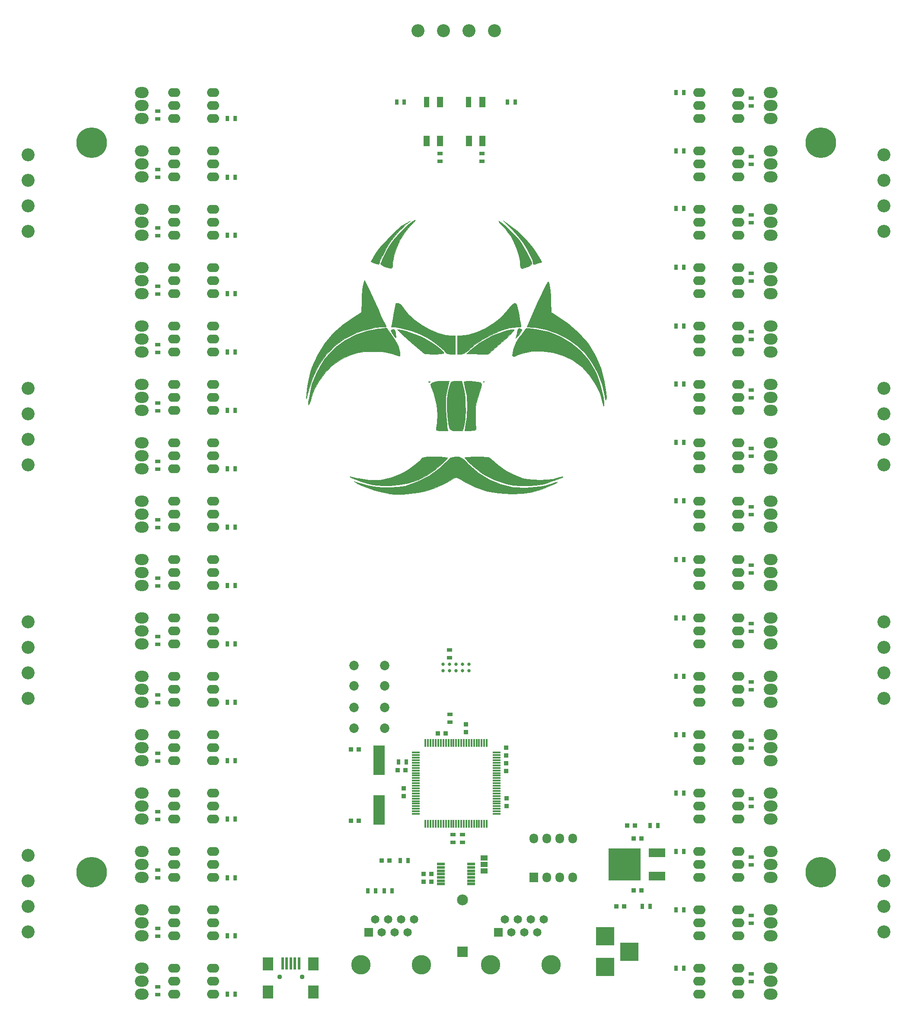
<source format=gbr>
G04 #@! TF.FileFunction,Soldermask,Top*
%FSLAX46Y46*%
G04 Gerber Fmt 4.6, Leading zero omitted, Abs format (unit mm)*
G04 Created by KiCad (PCBNEW 4.0.1-stable) date 02/05/2016 19:52:28*
%MOMM*%
G01*
G04 APERTURE LIST*
%ADD10C,0.100000*%
%ADD11C,0.010000*%
%ADD12R,0.902400X0.952400*%
%ADD13R,1.051560X2.151380*%
%ADD14R,1.153160X2.151380*%
%ADD15R,0.551180X2.352040*%
%ADD16R,2.049780X2.550160*%
%ADD17C,0.949960*%
%ADD18C,5.994400*%
%ADD19O,2.452400X1.752400*%
%ADD20R,1.500800X0.500800*%
%ADD21C,0.652400*%
%ADD22R,1.550800X0.330800*%
%ADD23R,0.330800X1.550800*%
%ADD24R,1.052400X0.652400*%
%ADD25R,0.652400X1.052400*%
%ADD26O,2.692400X2.184400*%
%ADD27R,0.952400X0.902400*%
%ADD28C,2.552400*%
%ADD29R,0.949960X0.949960*%
%ADD30C,3.802380*%
%ADD31R,1.653540X1.653540*%
%ADD32C,1.653540*%
%ADD33R,1.422400X1.117600*%
%ADD34R,1.676400X1.976400*%
%ADD35O,1.676400X1.976400*%
%ADD36C,1.852400*%
%ADD37R,3.200400X1.803400*%
%ADD38R,6.248400X6.248400*%
%ADD39R,2.252980X5.753100*%
%ADD40R,3.652520X3.652520*%
%ADD41C,2.151380*%
%ADD42R,2.151380X2.151380*%
G04 APERTURE END LIST*
D10*
D11*
G36*
X152858244Y-129770028D02*
X153245107Y-129864289D01*
X153628738Y-130093210D01*
X154109625Y-130515555D01*
X154734448Y-131135689D01*
X156720948Y-132860527D01*
X158876813Y-134202867D01*
X161177994Y-135155171D01*
X163600440Y-135709903D01*
X166120100Y-135859527D01*
X168712922Y-135596508D01*
X168875022Y-135566544D01*
X169795053Y-135369900D01*
X170656070Y-135148160D01*
X171291027Y-134944921D01*
X171355449Y-134919144D01*
X171950375Y-134692400D01*
X172203957Y-134641118D01*
X172145764Y-134736710D01*
X171805362Y-134950588D01*
X171212319Y-135254162D01*
X170823098Y-135433873D01*
X168972729Y-136171411D01*
X167220489Y-136659886D01*
X165408284Y-136931697D01*
X163378020Y-137019242D01*
X163089167Y-137018774D01*
X160667887Y-136879647D01*
X158443887Y-136471071D01*
X156305046Y-135760742D01*
X154139243Y-134716359D01*
X153187451Y-134166020D01*
X152674497Y-133876538D01*
X152345879Y-133799623D01*
X152028108Y-133921630D01*
X151811618Y-134057819D01*
X150752020Y-134668183D01*
X149446361Y-135303291D01*
X148060566Y-135890532D01*
X146760560Y-136357295D01*
X146155833Y-136532869D01*
X144919273Y-136780234D01*
X143475253Y-136958797D01*
X141970680Y-137059522D01*
X140552464Y-137073373D01*
X139367513Y-136991315D01*
X139170833Y-136962499D01*
X137856541Y-136693101D01*
X136454060Y-136315396D01*
X135088467Y-135870357D01*
X133884839Y-135398955D01*
X132968253Y-134942162D01*
X132926667Y-134917062D01*
X132397500Y-134593469D01*
X132926667Y-134735099D01*
X133394889Y-134863113D01*
X134115169Y-135062963D01*
X134932136Y-135291538D01*
X134937500Y-135293045D01*
X136240776Y-135555967D01*
X137784419Y-135706893D01*
X139417298Y-135743871D01*
X140988282Y-135664949D01*
X142346240Y-135468175D01*
X142663333Y-135392853D01*
X144936810Y-134592612D01*
X147121535Y-133441612D01*
X149108269Y-132004638D01*
X150350713Y-130833646D01*
X150915622Y-130258975D01*
X151334772Y-129934081D01*
X151739366Y-129788581D01*
X152260607Y-129752092D01*
X152367661Y-129751666D01*
X152858244Y-129770028D01*
X152858244Y-129770028D01*
G37*
X152858244Y-129770028D02*
X153245107Y-129864289D01*
X153628738Y-130093210D01*
X154109625Y-130515555D01*
X154734448Y-131135689D01*
X156720948Y-132860527D01*
X158876813Y-134202867D01*
X161177994Y-135155171D01*
X163600440Y-135709903D01*
X166120100Y-135859527D01*
X168712922Y-135596508D01*
X168875022Y-135566544D01*
X169795053Y-135369900D01*
X170656070Y-135148160D01*
X171291027Y-134944921D01*
X171355449Y-134919144D01*
X171950375Y-134692400D01*
X172203957Y-134641118D01*
X172145764Y-134736710D01*
X171805362Y-134950588D01*
X171212319Y-135254162D01*
X170823098Y-135433873D01*
X168972729Y-136171411D01*
X167220489Y-136659886D01*
X165408284Y-136931697D01*
X163378020Y-137019242D01*
X163089167Y-137018774D01*
X160667887Y-136879647D01*
X158443887Y-136471071D01*
X156305046Y-135760742D01*
X154139243Y-134716359D01*
X153187451Y-134166020D01*
X152674497Y-133876538D01*
X152345879Y-133799623D01*
X152028108Y-133921630D01*
X151811618Y-134057819D01*
X150752020Y-134668183D01*
X149446361Y-135303291D01*
X148060566Y-135890532D01*
X146760560Y-136357295D01*
X146155833Y-136532869D01*
X144919273Y-136780234D01*
X143475253Y-136958797D01*
X141970680Y-137059522D01*
X140552464Y-137073373D01*
X139367513Y-136991315D01*
X139170833Y-136962499D01*
X137856541Y-136693101D01*
X136454060Y-136315396D01*
X135088467Y-135870357D01*
X133884839Y-135398955D01*
X132968253Y-134942162D01*
X132926667Y-134917062D01*
X132397500Y-134593469D01*
X132926667Y-134735099D01*
X133394889Y-134863113D01*
X134115169Y-135062963D01*
X134932136Y-135291538D01*
X134937500Y-135293045D01*
X136240776Y-135555967D01*
X137784419Y-135706893D01*
X139417298Y-135743871D01*
X140988282Y-135664949D01*
X142346240Y-135468175D01*
X142663333Y-135392853D01*
X144936810Y-134592612D01*
X147121535Y-133441612D01*
X149108269Y-132004638D01*
X150350713Y-130833646D01*
X150915622Y-130258975D01*
X151334772Y-129934081D01*
X151739366Y-129788581D01*
X152260607Y-129752092D01*
X152367661Y-129751666D01*
X152858244Y-129770028D01*
G36*
X149259843Y-129767113D02*
X150032043Y-129809067D01*
X150541811Y-129870946D01*
X150706667Y-129939064D01*
X150547706Y-130212600D01*
X150120853Y-130669818D01*
X149501149Y-131246194D01*
X148763636Y-131877203D01*
X147983356Y-132498320D01*
X147235351Y-133045021D01*
X146671920Y-133408332D01*
X144883668Y-134309536D01*
X143048193Y-134918603D01*
X141047691Y-135267347D01*
X139382500Y-135376797D01*
X138048145Y-135393188D01*
X137001503Y-135347941D01*
X136110071Y-135230717D01*
X135360833Y-135062962D01*
X134537599Y-134828534D01*
X133669480Y-134549836D01*
X132844423Y-134259465D01*
X132150375Y-133990020D01*
X131675285Y-133774099D01*
X131507100Y-133644301D01*
X131511576Y-133636201D01*
X131736196Y-133651500D01*
X132267812Y-133758156D01*
X133005295Y-133935069D01*
X133262094Y-134001454D01*
X135388659Y-134343669D01*
X137566119Y-134271298D01*
X139771937Y-133786667D01*
X141421619Y-133158435D01*
X142263539Y-132705587D01*
X143247218Y-132067073D01*
X144226322Y-131347661D01*
X145054513Y-130652121D01*
X145398980Y-130310852D01*
X145640645Y-130068734D01*
X145894549Y-129908986D01*
X146249680Y-129814512D01*
X146795027Y-129768214D01*
X147619578Y-129752994D01*
X148309396Y-129751666D01*
X149259843Y-129767113D01*
X149259843Y-129767113D01*
G37*
X149259843Y-129767113D02*
X150032043Y-129809067D01*
X150541811Y-129870946D01*
X150706667Y-129939064D01*
X150547706Y-130212600D01*
X150120853Y-130669818D01*
X149501149Y-131246194D01*
X148763636Y-131877203D01*
X147983356Y-132498320D01*
X147235351Y-133045021D01*
X146671920Y-133408332D01*
X144883668Y-134309536D01*
X143048193Y-134918603D01*
X141047691Y-135267347D01*
X139382500Y-135376797D01*
X138048145Y-135393188D01*
X137001503Y-135347941D01*
X136110071Y-135230717D01*
X135360833Y-135062962D01*
X134537599Y-134828534D01*
X133669480Y-134549836D01*
X132844423Y-134259465D01*
X132150375Y-133990020D01*
X131675285Y-133774099D01*
X131507100Y-133644301D01*
X131511576Y-133636201D01*
X131736196Y-133651500D01*
X132267812Y-133758156D01*
X133005295Y-133935069D01*
X133262094Y-134001454D01*
X135388659Y-134343669D01*
X137566119Y-134271298D01*
X139771937Y-133786667D01*
X141421619Y-133158435D01*
X142263539Y-132705587D01*
X143247218Y-132067073D01*
X144226322Y-131347661D01*
X145054513Y-130652121D01*
X145398980Y-130310852D01*
X145640645Y-130068734D01*
X145894549Y-129908986D01*
X146249680Y-129814512D01*
X146795027Y-129768214D01*
X147619578Y-129752994D01*
X148309396Y-129751666D01*
X149259843Y-129767113D01*
G36*
X157532753Y-129756210D02*
X158240572Y-129781241D01*
X158703049Y-129843856D01*
X159009172Y-129961153D01*
X159247930Y-130150230D01*
X159401020Y-130310852D01*
X160656955Y-131449552D01*
X162219261Y-132500091D01*
X163971351Y-133392143D01*
X165417500Y-133939997D01*
X166325041Y-134131735D01*
X167508718Y-134244142D01*
X168828912Y-134277642D01*
X170146006Y-134232661D01*
X171320382Y-134109623D01*
X172180957Y-133919431D01*
X172784335Y-133739840D01*
X173198192Y-133649278D01*
X173304342Y-133652120D01*
X173171647Y-133763509D01*
X172726489Y-133967076D01*
X172060648Y-134229303D01*
X171265906Y-134516675D01*
X170434043Y-134795676D01*
X169656838Y-135032791D01*
X169170657Y-135161631D01*
X167995366Y-135347688D01*
X166565801Y-135431047D01*
X165037849Y-135413785D01*
X163567399Y-135297979D01*
X162310338Y-135085707D01*
X162242500Y-135069306D01*
X160025756Y-134339764D01*
X157946741Y-133303377D01*
X157327946Y-132911956D01*
X156739415Y-132478217D01*
X156065559Y-131923161D01*
X155385697Y-131320215D01*
X154779151Y-130742807D01*
X154325240Y-130264365D01*
X154103284Y-129958315D01*
X154093333Y-129917647D01*
X154290943Y-129851839D01*
X154827646Y-129798374D01*
X155619252Y-129763079D01*
X156490603Y-129751666D01*
X157532753Y-129756210D01*
X157532753Y-129756210D01*
G37*
X157532753Y-129756210D02*
X158240572Y-129781241D01*
X158703049Y-129843856D01*
X159009172Y-129961153D01*
X159247930Y-130150230D01*
X159401020Y-130310852D01*
X160656955Y-131449552D01*
X162219261Y-132500091D01*
X163971351Y-133392143D01*
X165417500Y-133939997D01*
X166325041Y-134131735D01*
X167508718Y-134244142D01*
X168828912Y-134277642D01*
X170146006Y-134232661D01*
X171320382Y-134109623D01*
X172180957Y-133919431D01*
X172784335Y-133739840D01*
X173198192Y-133649278D01*
X173304342Y-133652120D01*
X173171647Y-133763509D01*
X172726489Y-133967076D01*
X172060648Y-134229303D01*
X171265906Y-134516675D01*
X170434043Y-134795676D01*
X169656838Y-135032791D01*
X169170657Y-135161631D01*
X167995366Y-135347688D01*
X166565801Y-135431047D01*
X165037849Y-135413785D01*
X163567399Y-135297979D01*
X162310338Y-135085707D01*
X162242500Y-135069306D01*
X160025756Y-134339764D01*
X157946741Y-133303377D01*
X157327946Y-132911956D01*
X156739415Y-132478217D01*
X156065559Y-131923161D01*
X155385697Y-131320215D01*
X154779151Y-130742807D01*
X154325240Y-130264365D01*
X154103284Y-129958315D01*
X154093333Y-129917647D01*
X154290943Y-129851839D01*
X154827646Y-129798374D01*
X155619252Y-129763079D01*
X156490603Y-129751666D01*
X157532753Y-129756210D01*
G36*
X150655027Y-116469583D02*
X150471905Y-117274214D01*
X150366251Y-118050863D01*
X150328738Y-118933044D01*
X150350042Y-120054271D01*
X150370405Y-120544166D01*
X150427585Y-121623834D01*
X150495169Y-122625053D01*
X150564232Y-123428331D01*
X150619369Y-123877916D01*
X150752982Y-124671666D01*
X149683983Y-124671666D01*
X149053904Y-124642823D01*
X148622428Y-124569151D01*
X148518613Y-124512916D01*
X148497980Y-124231616D01*
X148546590Y-123674507D01*
X148617133Y-123190000D01*
X148727218Y-121451660D01*
X148524192Y-119541353D01*
X148021734Y-117556224D01*
X147696748Y-116652116D01*
X147451692Y-116006000D01*
X147361831Y-115633159D01*
X147422577Y-115414843D01*
X147629342Y-115232307D01*
X147641547Y-115223366D01*
X148119629Y-115049915D01*
X148930902Y-114952051D01*
X149545456Y-114935000D01*
X151055001Y-114935000D01*
X150655027Y-116469583D01*
X150655027Y-116469583D01*
G37*
X150655027Y-116469583D02*
X150471905Y-117274214D01*
X150366251Y-118050863D01*
X150328738Y-118933044D01*
X150350042Y-120054271D01*
X150370405Y-120544166D01*
X150427585Y-121623834D01*
X150495169Y-122625053D01*
X150564232Y-123428331D01*
X150619369Y-123877916D01*
X150752982Y-124671666D01*
X149683983Y-124671666D01*
X149053904Y-124642823D01*
X148622428Y-124569151D01*
X148518613Y-124512916D01*
X148497980Y-124231616D01*
X148546590Y-123674507D01*
X148617133Y-123190000D01*
X148727218Y-121451660D01*
X148524192Y-119541353D01*
X148021734Y-117556224D01*
X147696748Y-116652116D01*
X147451692Y-116006000D01*
X147361831Y-115633159D01*
X147422577Y-115414843D01*
X147629342Y-115232307D01*
X147641547Y-115223366D01*
X148119629Y-115049915D01*
X148930902Y-114952051D01*
X149545456Y-114935000D01*
X151055001Y-114935000D01*
X150655027Y-116469583D01*
G36*
X153822837Y-116152083D02*
X153996040Y-116980043D01*
X154117608Y-118099418D01*
X154186013Y-119389461D01*
X154199729Y-120729426D01*
X154157230Y-121998567D01*
X154056987Y-123076138D01*
X153919196Y-123772083D01*
X153653683Y-124671666D01*
X152505122Y-124671666D01*
X151786524Y-124638867D01*
X151371305Y-124517365D01*
X151142976Y-124272506D01*
X151139068Y-124265276D01*
X151018450Y-123883988D01*
X150875416Y-123198520D01*
X150732685Y-122325611D01*
X150665658Y-121832671D01*
X150552853Y-120149864D01*
X150612991Y-118423203D01*
X150834035Y-116806701D01*
X151153262Y-115594253D01*
X151326548Y-115197131D01*
X151573736Y-115002942D01*
X152032294Y-114939850D01*
X152414793Y-114935000D01*
X153446507Y-114935000D01*
X153822837Y-116152083D01*
X153822837Y-116152083D01*
G37*
X153822837Y-116152083D02*
X153996040Y-116980043D01*
X154117608Y-118099418D01*
X154186013Y-119389461D01*
X154199729Y-120729426D01*
X154157230Y-121998567D01*
X154056987Y-123076138D01*
X153919196Y-123772083D01*
X153653683Y-124671666D01*
X152505122Y-124671666D01*
X151786524Y-124638867D01*
X151371305Y-124517365D01*
X151142976Y-124272506D01*
X151139068Y-124265276D01*
X151018450Y-123883988D01*
X150875416Y-123198520D01*
X150732685Y-122325611D01*
X150665658Y-121832671D01*
X150552853Y-120149864D01*
X150612991Y-118423203D01*
X150834035Y-116806701D01*
X151153262Y-115594253D01*
X151326548Y-115197131D01*
X151573736Y-115002942D01*
X152032294Y-114939850D01*
X152414793Y-114935000D01*
X153446507Y-114935000D01*
X153822837Y-116152083D01*
G36*
X155935433Y-114971181D02*
X156581108Y-115045893D01*
X157035083Y-115154599D01*
X157133808Y-115205345D01*
X157293626Y-115354775D01*
X157358693Y-115560910D01*
X157317967Y-115906959D01*
X157160410Y-116476128D01*
X156874980Y-117351626D01*
X156831999Y-117480066D01*
X156502474Y-118523627D01*
X156303613Y-119363145D01*
X156205990Y-120185412D01*
X156180180Y-121177218D01*
X156182696Y-121601804D01*
X156197603Y-122550224D01*
X156219560Y-123373674D01*
X156245049Y-123957062D01*
X156260377Y-124142500D01*
X156241587Y-124391474D01*
X156038341Y-124531365D01*
X155555232Y-124605126D01*
X155175712Y-124630812D01*
X154035591Y-124695792D01*
X154180659Y-123995812D01*
X154491640Y-121903001D01*
X154580324Y-119788106D01*
X154448111Y-117779127D01*
X154096403Y-116004064D01*
X154093087Y-115992476D01*
X153952617Y-115461972D01*
X153883235Y-115120102D01*
X153881667Y-115095147D01*
X154071175Y-114992445D01*
X154558170Y-114940313D01*
X155220355Y-114934606D01*
X155935433Y-114971181D01*
X155935433Y-114971181D01*
G37*
X155935433Y-114971181D02*
X156581108Y-115045893D01*
X157035083Y-115154599D01*
X157133808Y-115205345D01*
X157293626Y-115354775D01*
X157358693Y-115560910D01*
X157317967Y-115906959D01*
X157160410Y-116476128D01*
X156874980Y-117351626D01*
X156831999Y-117480066D01*
X156502474Y-118523627D01*
X156303613Y-119363145D01*
X156205990Y-120185412D01*
X156180180Y-121177218D01*
X156182696Y-121601804D01*
X156197603Y-122550224D01*
X156219560Y-123373674D01*
X156245049Y-123957062D01*
X156260377Y-124142500D01*
X156241587Y-124391474D01*
X156038341Y-124531365D01*
X155555232Y-124605126D01*
X155175712Y-124630812D01*
X154035591Y-124695792D01*
X154180659Y-123995812D01*
X154491640Y-121903001D01*
X154580324Y-119788106D01*
X154448111Y-117779127D01*
X154096403Y-116004064D01*
X154093087Y-115992476D01*
X153952617Y-115461972D01*
X153883235Y-115120102D01*
X153881667Y-115095147D01*
X154071175Y-114992445D01*
X154558170Y-114940313D01*
X155220355Y-114934606D01*
X155935433Y-114971181D01*
G36*
X167244697Y-104671502D02*
X167929822Y-104759325D01*
X170471369Y-105295328D01*
X172805485Y-106189797D01*
X174909526Y-107425465D01*
X176760848Y-108985067D01*
X178336807Y-110851335D01*
X179614760Y-113007002D01*
X180064484Y-114012394D01*
X180413007Y-114976502D01*
X180738744Y-116072010D01*
X181018738Y-117195804D01*
X181230035Y-118244768D01*
X181349677Y-119115787D01*
X181354710Y-119705747D01*
X181344510Y-119762073D01*
X181266272Y-119798714D01*
X181157677Y-119488479D01*
X181098784Y-119208348D01*
X180560511Y-117323217D01*
X179665718Y-115469436D01*
X178477251Y-113736167D01*
X177057955Y-112212574D01*
X175470678Y-110987820D01*
X175179476Y-110810365D01*
X173314897Y-109923671D01*
X171315678Y-109339220D01*
X169266796Y-109064459D01*
X167253227Y-109106834D01*
X165359949Y-109473789D01*
X164306250Y-109857625D01*
X163806351Y-110064160D01*
X163520829Y-110098773D01*
X163418807Y-109901153D01*
X163469409Y-109410989D01*
X163641759Y-108567971D01*
X163643012Y-108562129D01*
X164112735Y-107318904D01*
X164754262Y-106363030D01*
X165242061Y-105736003D01*
X165642150Y-105194286D01*
X165846985Y-104888554D01*
X165984615Y-104712092D01*
X166202958Y-104620848D01*
X166592742Y-104609195D01*
X167244697Y-104671502D01*
X167244697Y-104671502D01*
G37*
X167244697Y-104671502D02*
X167929822Y-104759325D01*
X170471369Y-105295328D01*
X172805485Y-106189797D01*
X174909526Y-107425465D01*
X176760848Y-108985067D01*
X178336807Y-110851335D01*
X179614760Y-113007002D01*
X180064484Y-114012394D01*
X180413007Y-114976502D01*
X180738744Y-116072010D01*
X181018738Y-117195804D01*
X181230035Y-118244768D01*
X181349677Y-119115787D01*
X181354710Y-119705747D01*
X181344510Y-119762073D01*
X181266272Y-119798714D01*
X181157677Y-119488479D01*
X181098784Y-119208348D01*
X180560511Y-117323217D01*
X179665718Y-115469436D01*
X178477251Y-113736167D01*
X177057955Y-112212574D01*
X175470678Y-110987820D01*
X175179476Y-110810365D01*
X173314897Y-109923671D01*
X171315678Y-109339220D01*
X169266796Y-109064459D01*
X167253227Y-109106834D01*
X165359949Y-109473789D01*
X164306250Y-109857625D01*
X163806351Y-110064160D01*
X163520829Y-110098773D01*
X163418807Y-109901153D01*
X163469409Y-109410989D01*
X163641759Y-108567971D01*
X163643012Y-108562129D01*
X164112735Y-107318904D01*
X164754262Y-106363030D01*
X165242061Y-105736003D01*
X165642150Y-105194286D01*
X165846985Y-104888554D01*
X165984615Y-104712092D01*
X166202958Y-104620848D01*
X166592742Y-104609195D01*
X167244697Y-104671502D01*
G36*
X139842884Y-106025701D02*
X140614890Y-107209974D01*
X141081406Y-108258302D01*
X141199774Y-108689069D01*
X141323563Y-109344579D01*
X141370209Y-109817336D01*
X141346180Y-109972709D01*
X141104171Y-109964947D01*
X140580038Y-109834112D01*
X139887004Y-109608495D01*
X139883456Y-109607230D01*
X139194473Y-109388087D01*
X138520427Y-109246582D01*
X137738878Y-109167850D01*
X136727391Y-109137025D01*
X135995833Y-109135209D01*
X134316654Y-109202312D01*
X132898170Y-109418239D01*
X131591778Y-109823709D01*
X130248875Y-110459444D01*
X129411991Y-110939329D01*
X128003362Y-111984093D01*
X126680226Y-113335271D01*
X125521781Y-114886335D01*
X124607226Y-116530754D01*
X124015761Y-118162000D01*
X124002306Y-118215833D01*
X123818914Y-118856936D01*
X123633742Y-119344650D01*
X123483734Y-119601468D01*
X123405837Y-119549885D01*
X123401956Y-119475249D01*
X123449243Y-119016939D01*
X123572630Y-118277052D01*
X123745591Y-117384718D01*
X123941601Y-116469068D01*
X124134133Y-115659231D01*
X124296662Y-115084336D01*
X124314579Y-115032542D01*
X124925198Y-113585934D01*
X125715100Y-112084389D01*
X126586975Y-110701330D01*
X127201477Y-109887505D01*
X128763976Y-108320428D01*
X130628594Y-106973553D01*
X132713588Y-105888578D01*
X134937215Y-105107205D01*
X137217734Y-104671135D01*
X137477500Y-104645230D01*
X138747500Y-104530870D01*
X139842884Y-106025701D01*
X139842884Y-106025701D01*
G37*
X139842884Y-106025701D02*
X140614890Y-107209974D01*
X141081406Y-108258302D01*
X141199774Y-108689069D01*
X141323563Y-109344579D01*
X141370209Y-109817336D01*
X141346180Y-109972709D01*
X141104171Y-109964947D01*
X140580038Y-109834112D01*
X139887004Y-109608495D01*
X139883456Y-109607230D01*
X139194473Y-109388087D01*
X138520427Y-109246582D01*
X137738878Y-109167850D01*
X136727391Y-109137025D01*
X135995833Y-109135209D01*
X134316654Y-109202312D01*
X132898170Y-109418239D01*
X131591778Y-109823709D01*
X130248875Y-110459444D01*
X129411991Y-110939329D01*
X128003362Y-111984093D01*
X126680226Y-113335271D01*
X125521781Y-114886335D01*
X124607226Y-116530754D01*
X124015761Y-118162000D01*
X124002306Y-118215833D01*
X123818914Y-118856936D01*
X123633742Y-119344650D01*
X123483734Y-119601468D01*
X123405837Y-119549885D01*
X123401956Y-119475249D01*
X123449243Y-119016939D01*
X123572630Y-118277052D01*
X123745591Y-117384718D01*
X123941601Y-116469068D01*
X124134133Y-115659231D01*
X124296662Y-115084336D01*
X124314579Y-115032542D01*
X124925198Y-113585934D01*
X125715100Y-112084389D01*
X126586975Y-110701330D01*
X127201477Y-109887505D01*
X128763976Y-108320428D01*
X130628594Y-106973553D01*
X132713588Y-105888578D01*
X134937215Y-105107205D01*
X137217734Y-104671135D01*
X137477500Y-104645230D01*
X138747500Y-104530870D01*
X139842884Y-106025701D01*
G36*
X170543763Y-95665035D02*
X170678589Y-96241995D01*
X170795354Y-97142826D01*
X170887217Y-98317808D01*
X170936656Y-99377500D01*
X171010449Y-101494166D01*
X171706474Y-101893172D01*
X174218421Y-103542362D01*
X176366982Y-105404768D01*
X178159595Y-107489397D01*
X179603697Y-109805256D01*
X180706726Y-112361351D01*
X180941915Y-113077247D01*
X181184743Y-113992782D01*
X181409035Y-115066132D01*
X181597120Y-116180955D01*
X181731324Y-117220910D01*
X181793977Y-118069653D01*
X181775768Y-118566739D01*
X181708555Y-118674400D01*
X181617354Y-118397857D01*
X181532499Y-117898333D01*
X181022553Y-115614710D01*
X180161952Y-113379911D01*
X178998392Y-111281207D01*
X177579568Y-109405864D01*
X176102730Y-107963585D01*
X174274984Y-106678651D01*
X172204741Y-105629551D01*
X170017398Y-104868707D01*
X167838350Y-104448540D01*
X167648702Y-104429391D01*
X166225835Y-104297149D01*
X167155640Y-102154824D01*
X167761777Y-100779723D01*
X168363381Y-99453795D01*
X168934032Y-98231580D01*
X169447312Y-97167620D01*
X169876801Y-96316457D01*
X170196080Y-95732631D01*
X170378731Y-95470684D01*
X170397721Y-95461666D01*
X170543763Y-95665035D01*
X170543763Y-95665035D01*
G37*
X170543763Y-95665035D02*
X170678589Y-96241995D01*
X170795354Y-97142826D01*
X170887217Y-98317808D01*
X170936656Y-99377500D01*
X171010449Y-101494166D01*
X171706474Y-101893172D01*
X174218421Y-103542362D01*
X176366982Y-105404768D01*
X178159595Y-107489397D01*
X179603697Y-109805256D01*
X180706726Y-112361351D01*
X180941915Y-113077247D01*
X181184743Y-113992782D01*
X181409035Y-115066132D01*
X181597120Y-116180955D01*
X181731324Y-117220910D01*
X181793977Y-118069653D01*
X181775768Y-118566739D01*
X181708555Y-118674400D01*
X181617354Y-118397857D01*
X181532499Y-117898333D01*
X181022553Y-115614710D01*
X180161952Y-113379911D01*
X178998392Y-111281207D01*
X177579568Y-109405864D01*
X176102730Y-107963585D01*
X174274984Y-106678651D01*
X172204741Y-105629551D01*
X170017398Y-104868707D01*
X167838350Y-104448540D01*
X167648702Y-104429391D01*
X166225835Y-104297149D01*
X167155640Y-102154824D01*
X167761777Y-100779723D01*
X168363381Y-99453795D01*
X168934032Y-98231580D01*
X169447312Y-97167620D01*
X169876801Y-96316457D01*
X170196080Y-95732631D01*
X170378731Y-95470684D01*
X170397721Y-95461666D01*
X170543763Y-95665035D01*
G36*
X135497963Y-97387541D02*
X136003184Y-98457866D01*
X136514688Y-99570184D01*
X136959724Y-100564996D01*
X137177958Y-101070833D01*
X137549755Y-101924372D01*
X137924740Y-102737856D01*
X138221741Y-103335193D01*
X138221781Y-103335268D01*
X138482509Y-103846744D01*
X138629609Y-104184612D01*
X138641667Y-104234851D01*
X138452967Y-104306883D01*
X137978464Y-104349855D01*
X137742083Y-104354795D01*
X136656855Y-104453983D01*
X135330859Y-104724299D01*
X133895146Y-105134476D01*
X132742311Y-105547568D01*
X130540497Y-106638217D01*
X128577499Y-108066794D01*
X126871849Y-109809717D01*
X125442082Y-111843407D01*
X124306731Y-114144283D01*
X123484332Y-116688764D01*
X123284184Y-117580833D01*
X123152207Y-118148197D01*
X123051826Y-118414252D01*
X123004812Y-118321666D01*
X123035081Y-117583799D01*
X123160284Y-116568281D01*
X123356396Y-115403735D01*
X123599393Y-114218785D01*
X123865250Y-113142054D01*
X124128390Y-112306282D01*
X125262527Y-109750841D01*
X126636412Y-107515026D01*
X128292603Y-105547588D01*
X130273660Y-103797278D01*
X132398246Y-102347783D01*
X133819823Y-101481935D01*
X133873160Y-99265550D01*
X133921268Y-98221762D01*
X134006936Y-97229559D01*
X134115925Y-96433035D01*
X134184201Y-96117541D01*
X134441906Y-95185915D01*
X135497963Y-97387541D01*
X135497963Y-97387541D01*
G37*
X135497963Y-97387541D02*
X136003184Y-98457866D01*
X136514688Y-99570184D01*
X136959724Y-100564996D01*
X137177958Y-101070833D01*
X137549755Y-101924372D01*
X137924740Y-102737856D01*
X138221741Y-103335193D01*
X138221781Y-103335268D01*
X138482509Y-103846744D01*
X138629609Y-104184612D01*
X138641667Y-104234851D01*
X138452967Y-104306883D01*
X137978464Y-104349855D01*
X137742083Y-104354795D01*
X136656855Y-104453983D01*
X135330859Y-104724299D01*
X133895146Y-105134476D01*
X132742311Y-105547568D01*
X130540497Y-106638217D01*
X128577499Y-108066794D01*
X126871849Y-109809717D01*
X125442082Y-111843407D01*
X124306731Y-114144283D01*
X123484332Y-116688764D01*
X123284184Y-117580833D01*
X123152207Y-118148197D01*
X123051826Y-118414252D01*
X123004812Y-118321666D01*
X123035081Y-117583799D01*
X123160284Y-116568281D01*
X123356396Y-115403735D01*
X123599393Y-114218785D01*
X123865250Y-113142054D01*
X124128390Y-112306282D01*
X125262527Y-109750841D01*
X126636412Y-107515026D01*
X128292603Y-105547588D01*
X130273660Y-103797278D01*
X132398246Y-102347783D01*
X133819823Y-101481935D01*
X133873160Y-99265550D01*
X133921268Y-98221762D01*
X134006936Y-97229559D01*
X134115925Y-96433035D01*
X134184201Y-96117541D01*
X134441906Y-95185915D01*
X135497963Y-97387541D01*
G36*
X147249444Y-115005555D02*
X147220389Y-115131391D01*
X147108333Y-115146666D01*
X146934108Y-115069221D01*
X146967222Y-115005555D01*
X147218421Y-114980223D01*
X147249444Y-115005555D01*
X147249444Y-115005555D01*
G37*
X147249444Y-115005555D02*
X147220389Y-115131391D01*
X147108333Y-115146666D01*
X146934108Y-115069221D01*
X146967222Y-115005555D01*
X147218421Y-114980223D01*
X147249444Y-115005555D01*
G36*
X157903333Y-115040833D02*
X157797500Y-115146666D01*
X157691667Y-115040833D01*
X157797500Y-114935000D01*
X157903333Y-115040833D01*
X157903333Y-115040833D01*
G37*
X157903333Y-115040833D02*
X157797500Y-115146666D01*
X157691667Y-115040833D01*
X157797500Y-114935000D01*
X157903333Y-115040833D01*
G36*
X141705986Y-104915134D02*
X142498684Y-105128178D01*
X143413114Y-105416557D01*
X144359287Y-105751856D01*
X145247216Y-106105661D01*
X145986912Y-106449560D01*
X145999045Y-106455865D01*
X146833764Y-106930060D01*
X147714251Y-107494817D01*
X148557726Y-108089101D01*
X149281413Y-108651878D01*
X149802532Y-109122112D01*
X150036389Y-109432721D01*
X149872428Y-109534981D01*
X149331531Y-109602173D01*
X148459000Y-109629619D01*
X148131389Y-109629348D01*
X146155833Y-109615363D01*
X143454788Y-107268033D01*
X142571475Y-106490781D01*
X141820209Y-105811264D01*
X141251192Y-105276417D01*
X140914629Y-104933181D01*
X140845738Y-104828706D01*
X141125008Y-104805839D01*
X141705986Y-104915134D01*
X141705986Y-104915134D01*
G37*
X141705986Y-104915134D02*
X142498684Y-105128178D01*
X143413114Y-105416557D01*
X144359287Y-105751856D01*
X145247216Y-106105661D01*
X145986912Y-106449560D01*
X145999045Y-106455865D01*
X146833764Y-106930060D01*
X147714251Y-107494817D01*
X148557726Y-108089101D01*
X149281413Y-108651878D01*
X149802532Y-109122112D01*
X150036389Y-109432721D01*
X149872428Y-109534981D01*
X149331531Y-109602173D01*
X148459000Y-109629619D01*
X148131389Y-109629348D01*
X146155833Y-109615363D01*
X143454788Y-107268033D01*
X142571475Y-106490781D01*
X141820209Y-105811264D01*
X141251192Y-105276417D01*
X140914629Y-104933181D01*
X140845738Y-104828706D01*
X141125008Y-104805839D01*
X141705986Y-104915134D01*
G36*
X141478540Y-99887064D02*
X141955214Y-100456177D01*
X142028333Y-100572506D01*
X142940124Y-101754808D01*
X144163701Y-102892620D01*
X145606438Y-103932382D01*
X147175712Y-104820531D01*
X148778898Y-105503507D01*
X150323371Y-105927748D01*
X151491971Y-106045000D01*
X152188333Y-106045000D01*
X152188333Y-109643333D01*
X151352184Y-109643333D01*
X150740714Y-109571468D01*
X150371177Y-109385696D01*
X150346768Y-109351841D01*
X149962887Y-108891173D01*
X149301890Y-108294220D01*
X148456448Y-107630766D01*
X147519237Y-106970596D01*
X146582932Y-106383495D01*
X145944167Y-106036632D01*
X144855288Y-105554407D01*
X143637074Y-105108760D01*
X142411212Y-104736024D01*
X141299387Y-104472534D01*
X140423286Y-104354625D01*
X140301141Y-104351666D01*
X139869675Y-104335376D01*
X139700000Y-104298330D01*
X139737099Y-104081860D01*
X139837495Y-103537500D01*
X139984833Y-102753134D01*
X140123333Y-102023333D01*
X140296147Y-101111730D01*
X140434907Y-100370865D01*
X140523260Y-99888620D01*
X140546667Y-99748335D01*
X140726735Y-99708797D01*
X141022917Y-99700693D01*
X141478540Y-99887064D01*
X141478540Y-99887064D01*
G37*
X141478540Y-99887064D02*
X141955214Y-100456177D01*
X142028333Y-100572506D01*
X142940124Y-101754808D01*
X144163701Y-102892620D01*
X145606438Y-103932382D01*
X147175712Y-104820531D01*
X148778898Y-105503507D01*
X150323371Y-105927748D01*
X151491971Y-106045000D01*
X152188333Y-106045000D01*
X152188333Y-109643333D01*
X151352184Y-109643333D01*
X150740714Y-109571468D01*
X150371177Y-109385696D01*
X150346768Y-109351841D01*
X149962887Y-108891173D01*
X149301890Y-108294220D01*
X148456448Y-107630766D01*
X147519237Y-106970596D01*
X146582932Y-106383495D01*
X145944167Y-106036632D01*
X144855288Y-105554407D01*
X143637074Y-105108760D01*
X142411212Y-104736024D01*
X141299387Y-104472534D01*
X140423286Y-104354625D01*
X140301141Y-104351666D01*
X139869675Y-104335376D01*
X139700000Y-104298330D01*
X139737099Y-104081860D01*
X139837495Y-103537500D01*
X139984833Y-102753134D01*
X140123333Y-102023333D01*
X140296147Y-101111730D01*
X140434907Y-100370865D01*
X140523260Y-99888620D01*
X140546667Y-99748335D01*
X140726735Y-99708797D01*
X141022917Y-99700693D01*
X141478540Y-99887064D01*
G36*
X164145642Y-99778312D02*
X164350690Y-100171250D01*
X164433172Y-100578089D01*
X164558103Y-101232094D01*
X164704912Y-102020771D01*
X164853032Y-102831628D01*
X164981892Y-103552170D01*
X165070924Y-104069905D01*
X165100000Y-104269215D01*
X164914553Y-104327416D01*
X164462987Y-104358423D01*
X164412083Y-104359206D01*
X162890411Y-104536982D01*
X161203632Y-105012528D01*
X159441387Y-105745507D01*
X157693313Y-106695582D01*
X156049051Y-107822418D01*
X155240152Y-108486447D01*
X154462300Y-109125590D01*
X153876246Y-109492512D01*
X153398203Y-109636339D01*
X153267054Y-109643333D01*
X152611667Y-109643333D01*
X152611667Y-106045000D01*
X153236248Y-106045000D01*
X154774782Y-105867273D01*
X156426390Y-105367612D01*
X158102477Y-104596294D01*
X159714450Y-103603594D01*
X161173715Y-102439790D01*
X162391677Y-101155159D01*
X162787268Y-100624823D01*
X163313937Y-100002749D01*
X163782286Y-99716065D01*
X164145642Y-99778312D01*
X164145642Y-99778312D01*
G37*
X164145642Y-99778312D02*
X164350690Y-100171250D01*
X164433172Y-100578089D01*
X164558103Y-101232094D01*
X164704912Y-102020771D01*
X164853032Y-102831628D01*
X164981892Y-103552170D01*
X165070924Y-104069905D01*
X165100000Y-104269215D01*
X164914553Y-104327416D01*
X164462987Y-104358423D01*
X164412083Y-104359206D01*
X162890411Y-104536982D01*
X161203632Y-105012528D01*
X159441387Y-105745507D01*
X157693313Y-106695582D01*
X156049051Y-107822418D01*
X155240152Y-108486447D01*
X154462300Y-109125590D01*
X153876246Y-109492512D01*
X153398203Y-109636339D01*
X153267054Y-109643333D01*
X152611667Y-109643333D01*
X152611667Y-106045000D01*
X153236248Y-106045000D01*
X154774782Y-105867273D01*
X156426390Y-105367612D01*
X158102477Y-104596294D01*
X159714450Y-103603594D01*
X161173715Y-102439790D01*
X162391677Y-101155159D01*
X162787268Y-100624823D01*
X163313937Y-100002749D01*
X163782286Y-99716065D01*
X164145642Y-99778312D01*
G36*
X163756357Y-104813804D02*
X163737240Y-104970640D01*
X163399592Y-105372848D01*
X162758410Y-106005087D01*
X161828689Y-106852014D01*
X161367795Y-107257563D01*
X158644167Y-109634293D01*
X154410833Y-109625283D01*
X155363333Y-108774146D01*
X156933755Y-107501545D01*
X158515656Y-106505619D01*
X159442243Y-106038995D01*
X160334635Y-105665601D01*
X161313271Y-105323767D01*
X162267074Y-105045041D01*
X163084965Y-104860967D01*
X163655866Y-104803092D01*
X163756357Y-104813804D01*
X163756357Y-104813804D01*
G37*
X163756357Y-104813804D02*
X163737240Y-104970640D01*
X163399592Y-105372848D01*
X162758410Y-106005087D01*
X161828689Y-106852014D01*
X161367795Y-107257563D01*
X158644167Y-109634293D01*
X154410833Y-109625283D01*
X155363333Y-108774146D01*
X156933755Y-107501545D01*
X158515656Y-106505619D01*
X159442243Y-106038995D01*
X160334635Y-105665601D01*
X161313271Y-105323767D01*
X162267074Y-105045041D01*
X163084965Y-104860967D01*
X163655866Y-104803092D01*
X163756357Y-104813804D01*
G36*
X140315052Y-104956683D02*
X140476655Y-105431198D01*
X140542884Y-105710731D01*
X140629361Y-106262577D01*
X140550656Y-106428570D01*
X140303506Y-106208760D01*
X139959549Y-105720168D01*
X139674804Y-105239647D01*
X139626068Y-104987992D01*
X139794564Y-104855995D01*
X139809928Y-104849973D01*
X140115750Y-104789882D01*
X140315052Y-104956683D01*
X140315052Y-104956683D01*
G37*
X140315052Y-104956683D02*
X140476655Y-105431198D01*
X140542884Y-105710731D01*
X140629361Y-106262577D01*
X140550656Y-106428570D01*
X140303506Y-106208760D01*
X139959549Y-105720168D01*
X139674804Y-105239647D01*
X139626068Y-104987992D01*
X139794564Y-104855995D01*
X139809928Y-104849973D01*
X140115750Y-104789882D01*
X140315052Y-104956683D01*
G36*
X164985038Y-104636374D02*
X165247313Y-104800306D01*
X165256710Y-105051795D01*
X164993875Y-105470443D01*
X164692090Y-105841328D01*
X164072514Y-106574166D01*
X164280356Y-105627706D01*
X164435628Y-104971992D01*
X164568777Y-104646492D01*
X164740220Y-104566210D01*
X164985038Y-104636374D01*
X164985038Y-104636374D01*
G37*
X164985038Y-104636374D02*
X165247313Y-104800306D01*
X165256710Y-105051795D01*
X164993875Y-105470443D01*
X164692090Y-105841328D01*
X164072514Y-106574166D01*
X164280356Y-105627706D01*
X164435628Y-104971992D01*
X164568777Y-104646492D01*
X164740220Y-104566210D01*
X164985038Y-104636374D01*
G36*
X144297083Y-83537216D02*
X143967855Y-83911905D01*
X143469977Y-84450292D01*
X143259734Y-84672502D01*
X142257508Y-85910959D01*
X141372774Y-87357067D01*
X140655619Y-88899211D01*
X140156128Y-90425779D01*
X139924386Y-91825157D01*
X139914179Y-92127916D01*
X139884890Y-92607010D01*
X139745055Y-92841461D01*
X139410925Y-92857128D01*
X138798754Y-92679866D01*
X138482917Y-92569817D01*
X137942588Y-92328696D01*
X137621807Y-92089226D01*
X137583500Y-92004444D01*
X137686587Y-91613165D01*
X137961999Y-90961122D01*
X138359427Y-90147615D01*
X138828563Y-89271941D01*
X139319095Y-88433399D01*
X139663044Y-87899924D01*
X140176843Y-87226772D01*
X140849997Y-86458725D01*
X141615292Y-85659748D01*
X142405515Y-84893808D01*
X143153451Y-84224869D01*
X143791887Y-83716898D01*
X144253607Y-83433861D01*
X144394981Y-83396666D01*
X144297083Y-83537216D01*
X144297083Y-83537216D01*
G37*
X144297083Y-83537216D02*
X143967855Y-83911905D01*
X143469977Y-84450292D01*
X143259734Y-84672502D01*
X142257508Y-85910959D01*
X141372774Y-87357067D01*
X140655619Y-88899211D01*
X140156128Y-90425779D01*
X139924386Y-91825157D01*
X139914179Y-92127916D01*
X139884890Y-92607010D01*
X139745055Y-92841461D01*
X139410925Y-92857128D01*
X138798754Y-92679866D01*
X138482917Y-92569817D01*
X137942588Y-92328696D01*
X137621807Y-92089226D01*
X137583500Y-92004444D01*
X137686587Y-91613165D01*
X137961999Y-90961122D01*
X138359427Y-90147615D01*
X138828563Y-89271941D01*
X139319095Y-88433399D01*
X139663044Y-87899924D01*
X140176843Y-87226772D01*
X140849997Y-86458725D01*
X141615292Y-85659748D01*
X142405515Y-84893808D01*
X143153451Y-84224869D01*
X143791887Y-83716898D01*
X144253607Y-83433861D01*
X144394981Y-83396666D01*
X144297083Y-83537216D01*
G36*
X160771747Y-83562174D02*
X161294259Y-83922069D01*
X162001110Y-84523766D01*
X162807019Y-85282694D01*
X163626709Y-86114286D01*
X164374900Y-86933970D01*
X164966314Y-87657179D01*
X165126522Y-87880721D01*
X165604073Y-88635390D01*
X166096158Y-89497679D01*
X166552721Y-90368883D01*
X166923712Y-91150297D01*
X167159077Y-91743217D01*
X167216500Y-92002186D01*
X167033673Y-92205779D01*
X166567309Y-92453098D01*
X166226460Y-92584269D01*
X165604616Y-92796958D01*
X165276372Y-92886109D01*
X165130494Y-92851959D01*
X165055748Y-92694746D01*
X165016812Y-92586854D01*
X164923462Y-92139607D01*
X164885501Y-91581438D01*
X164793683Y-90932419D01*
X164551928Y-90031673D01*
X164204687Y-89003538D01*
X163796408Y-87972352D01*
X163371541Y-87062453D01*
X163096847Y-86578035D01*
X162630205Y-85922997D01*
X162005522Y-85147360D01*
X161416711Y-84483159D01*
X160964028Y-83974100D01*
X160719882Y-83641961D01*
X160722908Y-83541909D01*
X160771747Y-83562174D01*
X160771747Y-83562174D01*
G37*
X160771747Y-83562174D02*
X161294259Y-83922069D01*
X162001110Y-84523766D01*
X162807019Y-85282694D01*
X163626709Y-86114286D01*
X164374900Y-86933970D01*
X164966314Y-87657179D01*
X165126522Y-87880721D01*
X165604073Y-88635390D01*
X166096158Y-89497679D01*
X166552721Y-90368883D01*
X166923712Y-91150297D01*
X167159077Y-91743217D01*
X167216500Y-92002186D01*
X167033673Y-92205779D01*
X166567309Y-92453098D01*
X166226460Y-92584269D01*
X165604616Y-92796958D01*
X165276372Y-92886109D01*
X165130494Y-92851959D01*
X165055748Y-92694746D01*
X165016812Y-92586854D01*
X164923462Y-92139607D01*
X164885501Y-91581438D01*
X164793683Y-90932419D01*
X164551928Y-90031673D01*
X164204687Y-89003538D01*
X163796408Y-87972352D01*
X163371541Y-87062453D01*
X163096847Y-86578035D01*
X162630205Y-85922997D01*
X162005522Y-85147360D01*
X161416711Y-84483159D01*
X160964028Y-83974100D01*
X160719882Y-83641961D01*
X160722908Y-83541909D01*
X160771747Y-83562174D01*
G36*
X142663333Y-84169337D02*
X141110308Y-85636906D01*
X139672704Y-87393541D01*
X139464458Y-87688257D01*
X138978478Y-88445313D01*
X138480654Y-89311167D01*
X138021598Y-90186124D01*
X137651921Y-90970484D01*
X137422236Y-91564550D01*
X137371833Y-91810416D01*
X137227639Y-92036596D01*
X136783918Y-91997392D01*
X136260324Y-91800869D01*
X135678149Y-91545833D01*
X136557454Y-90064166D01*
X137137781Y-89218502D01*
X137935258Y-88236662D01*
X138871868Y-87198072D01*
X139869592Y-86182160D01*
X140850414Y-85268351D01*
X141736315Y-84536073D01*
X142449278Y-84064753D01*
X142451667Y-84063504D01*
X143404167Y-83566175D01*
X142663333Y-84169337D01*
X142663333Y-84169337D01*
G37*
X142663333Y-84169337D02*
X141110308Y-85636906D01*
X139672704Y-87393541D01*
X139464458Y-87688257D01*
X138978478Y-88445313D01*
X138480654Y-89311167D01*
X138021598Y-90186124D01*
X137651921Y-90970484D01*
X137422236Y-91564550D01*
X137371833Y-91810416D01*
X137227639Y-92036596D01*
X136783918Y-91997392D01*
X136260324Y-91800869D01*
X135678149Y-91545833D01*
X136557454Y-90064166D01*
X137137781Y-89218502D01*
X137935258Y-88236662D01*
X138871868Y-87198072D01*
X139869592Y-86182160D01*
X140850414Y-85268351D01*
X141736315Y-84536073D01*
X142449278Y-84064753D01*
X142451667Y-84063504D01*
X143404167Y-83566175D01*
X142663333Y-84169337D01*
G36*
X162902227Y-84403582D02*
X164497202Y-85649071D01*
X166038348Y-87160530D01*
X167418390Y-88818357D01*
X168530052Y-90502952D01*
X168769107Y-90944600D01*
X169112733Y-91613368D01*
X168450614Y-91844184D01*
X167846225Y-92030916D01*
X167537789Y-92040412D01*
X167433557Y-91865435D01*
X167428333Y-91763535D01*
X167319754Y-91282843D01*
X167026408Y-90549037D01*
X166596880Y-89662212D01*
X166079758Y-88722463D01*
X165523628Y-87829886D01*
X165506677Y-87804629D01*
X164927102Y-87027904D01*
X164168374Y-86125913D01*
X163365738Y-85256881D01*
X163106757Y-84996922D01*
X161607500Y-83528010D01*
X162902227Y-84403582D01*
X162902227Y-84403582D01*
G37*
X162902227Y-84403582D02*
X164497202Y-85649071D01*
X166038348Y-87160530D01*
X167418390Y-88818357D01*
X168530052Y-90502952D01*
X168769107Y-90944600D01*
X169112733Y-91613368D01*
X168450614Y-91844184D01*
X167846225Y-92030916D01*
X167537789Y-92040412D01*
X167433557Y-91865435D01*
X167428333Y-91763535D01*
X167319754Y-91282843D01*
X167026408Y-90549037D01*
X166596880Y-89662212D01*
X166079758Y-88722463D01*
X165523628Y-87829886D01*
X165506677Y-87804629D01*
X164927102Y-87027904D01*
X164168374Y-86125913D01*
X163365738Y-85256881D01*
X163106757Y-84996922D01*
X161607500Y-83528010D01*
X162902227Y-84403582D01*
D12*
X162179000Y-188202000D03*
X162179000Y-186702000D03*
D13*
X146606260Y-60335160D03*
D14*
X149255480Y-60335160D03*
X149255480Y-67934840D03*
X146654520Y-67934840D03*
D15*
X118414800Y-228960680D03*
X119214900Y-228960680D03*
X120015000Y-228960680D03*
X120815100Y-228960680D03*
X121615200Y-228960680D03*
D16*
X115564920Y-229059740D03*
X115564920Y-234558840D03*
X124465080Y-229059740D03*
X124465080Y-234558840D03*
D17*
X117815360Y-231559100D03*
X122214640Y-231559100D03*
D18*
X80962500Y-211137500D03*
D19*
X200025000Y-207010000D03*
X200025000Y-209550000D03*
X200025000Y-212090000D03*
X207645000Y-212090000D03*
X207645000Y-209550000D03*
X207645000Y-207010000D03*
D20*
X149450000Y-209505000D03*
X149450000Y-210155000D03*
X149450000Y-210805000D03*
X149450000Y-211455000D03*
X149450000Y-212105000D03*
X149450000Y-212755000D03*
X149450000Y-213405000D03*
X155350000Y-213405000D03*
X155350000Y-212755000D03*
X155350000Y-212105000D03*
X155350000Y-211455000D03*
X155350000Y-210805000D03*
X155350000Y-210155000D03*
X155350000Y-209505000D03*
D21*
X149796500Y-171640500D03*
X149796500Y-170370500D03*
X151066500Y-171640500D03*
X151066500Y-170370500D03*
X152336500Y-171640500D03*
X152336500Y-170370500D03*
X153606500Y-171640500D03*
X153606500Y-170370500D03*
X154876500Y-171640500D03*
X154876500Y-170370500D03*
D22*
X144500000Y-187675000D03*
X144500000Y-188175000D03*
X144500000Y-188675000D03*
X144500000Y-189175000D03*
X144500000Y-189675000D03*
X144500000Y-190175000D03*
X144500000Y-190675000D03*
X144500000Y-191175000D03*
X144500000Y-191675000D03*
X144500000Y-192175000D03*
X144500000Y-192675000D03*
X144500000Y-193175000D03*
X144500000Y-193675000D03*
X144500000Y-194175000D03*
X144500000Y-194675000D03*
X144500000Y-195175000D03*
X144500000Y-195675000D03*
X144500000Y-196175000D03*
X144500000Y-196675000D03*
X144500000Y-197175000D03*
X144500000Y-197675000D03*
X144500000Y-198175000D03*
X144500000Y-198675000D03*
X144500000Y-199175000D03*
X144500000Y-199675000D03*
D23*
X146400000Y-201575000D03*
X146900000Y-201575000D03*
X147400000Y-201575000D03*
X147900000Y-201575000D03*
X148400000Y-201575000D03*
X148900000Y-201575000D03*
X149400000Y-201575000D03*
X149900000Y-201575000D03*
X150400000Y-201575000D03*
X150900000Y-201575000D03*
X151400000Y-201575000D03*
X151900000Y-201575000D03*
X152400000Y-201575000D03*
X152900000Y-201575000D03*
X153400000Y-201575000D03*
X153900000Y-201575000D03*
X154400000Y-201575000D03*
X154900000Y-201575000D03*
X155400000Y-201575000D03*
X155900000Y-201575000D03*
X156400000Y-201575000D03*
X156900000Y-201575000D03*
X157400000Y-201575000D03*
X157900000Y-201575000D03*
X158400000Y-201575000D03*
D22*
X160300000Y-199675000D03*
X160300000Y-199175000D03*
X160300000Y-198675000D03*
X160300000Y-198175000D03*
X160300000Y-197675000D03*
X160300000Y-197175000D03*
X160300000Y-196675000D03*
X160300000Y-196175000D03*
X160300000Y-195675000D03*
X160300000Y-195175000D03*
X160300000Y-194675000D03*
X160300000Y-194175000D03*
X160300000Y-193675000D03*
X160300000Y-193175000D03*
X160300000Y-192675000D03*
X160300000Y-192175000D03*
X160300000Y-191675000D03*
X160300000Y-191175000D03*
X160300000Y-190675000D03*
X160300000Y-190175000D03*
X160300000Y-189675000D03*
X160300000Y-189175000D03*
X160300000Y-188675000D03*
X160300000Y-188175000D03*
X160300000Y-187675000D03*
D23*
X158400000Y-185775000D03*
X157900000Y-185775000D03*
X157400000Y-185775000D03*
X156900000Y-185775000D03*
X156400000Y-185775000D03*
X155900000Y-185775000D03*
X155400000Y-185775000D03*
X154900000Y-185775000D03*
X154400000Y-185775000D03*
X153900000Y-185775000D03*
X153400000Y-185775000D03*
X152900000Y-185775000D03*
X152400000Y-185775000D03*
X151900000Y-185775000D03*
X151400000Y-185775000D03*
X150900000Y-185775000D03*
X150400000Y-185775000D03*
X149900000Y-185775000D03*
X149400000Y-185775000D03*
X148900000Y-185775000D03*
X148400000Y-185775000D03*
X147900000Y-185775000D03*
X147400000Y-185775000D03*
X146900000Y-185775000D03*
X146400000Y-185775000D03*
D24*
X151066500Y-169088500D03*
X151066500Y-167588500D03*
D25*
X107581000Y-200660000D03*
X109081000Y-200660000D03*
D13*
X154861260Y-60335160D03*
D14*
X157510480Y-60335160D03*
X157510480Y-67934840D03*
X154909520Y-67934840D03*
D24*
X93980000Y-84975000D03*
X93980000Y-86475000D03*
D26*
X90805000Y-220980000D03*
X90805000Y-218440000D03*
X90805000Y-223520000D03*
D19*
X104775000Y-189230000D03*
X104775000Y-186690000D03*
X104775000Y-184150000D03*
X97155000Y-184150000D03*
X97155000Y-186690000D03*
X97155000Y-189230000D03*
X104775000Y-234950000D03*
X104775000Y-232410000D03*
X104775000Y-229870000D03*
X97155000Y-229870000D03*
X97155000Y-232410000D03*
X97155000Y-234950000D03*
D27*
X147562000Y-211455000D03*
X146062000Y-211455000D03*
X147562000Y-212979000D03*
X146062000Y-212979000D03*
X133338000Y-187071000D03*
X131838000Y-187071000D03*
X133338000Y-201041000D03*
X131838000Y-201041000D03*
D12*
X162179000Y-189750000D03*
X162179000Y-191250000D03*
X162306000Y-198108000D03*
X162306000Y-196608000D03*
D27*
X150356000Y-183896000D03*
X148856000Y-183896000D03*
D12*
X154305000Y-182130000D03*
X154305000Y-183630000D03*
D27*
X142482000Y-191135000D03*
X140982000Y-191135000D03*
D12*
X142113000Y-194703000D03*
X142113000Y-196203000D03*
D27*
X188710000Y-214630000D03*
X187210000Y-214630000D03*
X188710000Y-204470000D03*
X187210000Y-204470000D03*
D28*
X68580000Y-222765000D03*
X68580000Y-217765000D03*
X68580000Y-212765000D03*
X68580000Y-207765000D03*
X68580000Y-177045000D03*
X68580000Y-172045000D03*
X68580000Y-167045000D03*
X68580000Y-162045000D03*
X68580000Y-131325000D03*
X68580000Y-126325000D03*
X68580000Y-121325000D03*
X68580000Y-116325000D03*
X68580000Y-85605000D03*
X68580000Y-80605000D03*
X68580000Y-75605000D03*
X68580000Y-70605000D03*
X236220000Y-70605000D03*
X236220000Y-75605000D03*
X236220000Y-80605000D03*
X236220000Y-85605000D03*
X236220000Y-116325000D03*
X236220000Y-121325000D03*
X236220000Y-126325000D03*
X236220000Y-131325000D03*
X236220000Y-162045000D03*
X236220000Y-167045000D03*
X236220000Y-172045000D03*
X236220000Y-177045000D03*
X236220000Y-207765000D03*
X236220000Y-212765000D03*
X236220000Y-217765000D03*
X236220000Y-222765000D03*
X144900000Y-46355000D03*
X149900000Y-46355000D03*
X154900000Y-46355000D03*
X159900000Y-46355000D03*
D29*
X185280300Y-217805000D03*
X183781700Y-217805000D03*
X187439300Y-201930000D03*
X185940700Y-201930000D03*
D30*
X171038520Y-229235000D03*
X159169100Y-229235000D03*
D31*
X160655000Y-222885000D03*
D32*
X161925000Y-220345000D03*
X163195000Y-222885000D03*
X164465000Y-220345000D03*
X165735000Y-222885000D03*
X167005000Y-220345000D03*
X168275000Y-222885000D03*
X169545000Y-220345000D03*
D30*
X145638520Y-229235000D03*
X133769100Y-229235000D03*
D31*
X135255000Y-222885000D03*
D32*
X136525000Y-220345000D03*
X137795000Y-222885000D03*
X139065000Y-220345000D03*
X140335000Y-222885000D03*
X141605000Y-220345000D03*
X142875000Y-222885000D03*
X144145000Y-220345000D03*
D24*
X151765000Y-205220000D03*
X151765000Y-203720000D03*
X153670000Y-205220000D03*
X153670000Y-203720000D03*
X151193500Y-181725000D03*
X151193500Y-180225000D03*
D25*
X141109000Y-189484000D03*
X142609000Y-189484000D03*
X140740000Y-60325000D03*
X142240000Y-60325000D03*
X190361000Y-217805000D03*
X188861000Y-217805000D03*
D24*
X149225000Y-71870000D03*
X149225000Y-70370000D03*
D25*
X163945000Y-60325000D03*
X162445000Y-60325000D03*
D24*
X157480000Y-71870000D03*
X157480000Y-70370000D03*
D25*
X191885000Y-201930000D03*
X190385000Y-201930000D03*
X107581000Y-234950000D03*
X109081000Y-234950000D03*
X107581000Y-223520000D03*
X109081000Y-223520000D03*
X107581000Y-212217000D03*
X109081000Y-212217000D03*
D24*
X93980000Y-233565000D03*
X93980000Y-235065000D03*
X93980000Y-222135000D03*
X93980000Y-223635000D03*
X93980000Y-210705000D03*
X93980000Y-212205000D03*
X93980000Y-199275000D03*
X93980000Y-200775000D03*
D25*
X107581000Y-189230000D03*
X109081000Y-189230000D03*
X107581000Y-177800000D03*
X109081000Y-177800000D03*
X107581000Y-166370000D03*
X109081000Y-166370000D03*
X107581000Y-154940000D03*
X109081000Y-154940000D03*
D24*
X93980000Y-187845000D03*
X93980000Y-189345000D03*
X93980000Y-176415000D03*
X93980000Y-177915000D03*
X93980000Y-164985000D03*
X93980000Y-166485000D03*
X93980000Y-153555000D03*
X93980000Y-155055000D03*
D25*
X107581000Y-143510000D03*
X109081000Y-143510000D03*
X107581000Y-132080000D03*
X109081000Y-132080000D03*
X107581000Y-120650000D03*
X109081000Y-120650000D03*
X107581000Y-109220000D03*
X109081000Y-109220000D03*
D24*
X93980000Y-142125000D03*
X93980000Y-143625000D03*
X93980000Y-130695000D03*
X93980000Y-132195000D03*
X93980000Y-119265000D03*
X93980000Y-120765000D03*
X93980000Y-107835000D03*
X93980000Y-109335000D03*
D25*
X107581000Y-97790000D03*
X109081000Y-97790000D03*
X107581000Y-86360000D03*
X109081000Y-86360000D03*
X107581000Y-75057000D03*
X109081000Y-75057000D03*
X107581000Y-63500000D03*
X109081000Y-63500000D03*
D24*
X93980000Y-96405000D03*
X93980000Y-97905000D03*
X93980000Y-73545000D03*
X93980000Y-75045000D03*
X93980000Y-62115000D03*
X93980000Y-63615000D03*
D25*
X196965000Y-58420000D03*
X195465000Y-58420000D03*
X196965000Y-69850000D03*
X195465000Y-69850000D03*
X196965000Y-81153000D03*
X195465000Y-81153000D03*
X196965000Y-92646500D03*
X195465000Y-92646500D03*
D24*
X210185000Y-61075000D03*
X210185000Y-59575000D03*
X210185000Y-72505000D03*
X210185000Y-71005000D03*
X210185000Y-83935000D03*
X210185000Y-82435000D03*
X210185000Y-95365000D03*
X210185000Y-93865000D03*
D25*
X196965000Y-104140000D03*
X195465000Y-104140000D03*
X196965000Y-115506500D03*
X195465000Y-115506500D03*
X196965000Y-126936500D03*
X195465000Y-126936500D03*
X196965000Y-138366500D03*
X195465000Y-138366500D03*
D24*
X210185000Y-106795000D03*
X210185000Y-105295000D03*
X210185000Y-118225000D03*
X210185000Y-116725000D03*
X210185000Y-129655000D03*
X210185000Y-128155000D03*
X210185000Y-141085000D03*
X210185000Y-139585000D03*
D25*
X196965000Y-149860000D03*
X195465000Y-149860000D03*
X196965000Y-161290000D03*
X195465000Y-161290000D03*
X196965000Y-172720000D03*
X195465000Y-172720000D03*
X196965000Y-184150000D03*
X195465000Y-184150000D03*
D24*
X210185000Y-152515000D03*
X210185000Y-151015000D03*
X210185000Y-163945000D03*
X210185000Y-162445000D03*
X210185000Y-175375000D03*
X210185000Y-173875000D03*
X210185000Y-186805000D03*
X210185000Y-185305000D03*
D25*
X196965000Y-195580000D03*
X195465000Y-195580000D03*
X196965000Y-207010000D03*
X195465000Y-207010000D03*
X196965000Y-218440000D03*
X195465000Y-218440000D03*
X196965000Y-229870000D03*
X195465000Y-229870000D03*
D24*
X210185000Y-198235000D03*
X210185000Y-196735000D03*
X210185000Y-209665000D03*
X210185000Y-208165000D03*
X210185000Y-221095000D03*
X210185000Y-219595000D03*
X210185000Y-232525000D03*
X210185000Y-231025000D03*
D33*
X157861000Y-208280000D03*
X157861000Y-209550000D03*
X157861000Y-210820000D03*
D34*
X167640000Y-212090000D03*
D35*
X167640000Y-204470000D03*
X170180000Y-212090000D03*
X170180000Y-204470000D03*
X172720000Y-212090000D03*
X172720000Y-204470000D03*
X175260000Y-212090000D03*
X175260000Y-204470000D03*
D36*
X132430000Y-170625000D03*
X138430000Y-170625000D03*
X132430000Y-174625000D03*
X138430000Y-174625000D03*
X132430000Y-178880000D03*
X138430000Y-178880000D03*
X132430000Y-182880000D03*
X138430000Y-182880000D03*
D37*
X191770000Y-211836000D03*
D38*
X185420000Y-209550000D03*
D37*
X191770000Y-207264000D03*
D19*
X104775000Y-223520000D03*
X104775000Y-220980000D03*
X104775000Y-218440000D03*
X97155000Y-218440000D03*
X97155000Y-220980000D03*
X97155000Y-223520000D03*
X104775000Y-212090000D03*
X104775000Y-209550000D03*
X104775000Y-207010000D03*
X97155000Y-207010000D03*
X97155000Y-209550000D03*
X97155000Y-212090000D03*
X104775000Y-200660000D03*
X104775000Y-198120000D03*
X104775000Y-195580000D03*
X97155000Y-195580000D03*
X97155000Y-198120000D03*
X97155000Y-200660000D03*
D26*
X90805000Y-232410000D03*
X90805000Y-229870000D03*
X90805000Y-234950000D03*
X90805000Y-209550000D03*
X90805000Y-207010000D03*
X90805000Y-212090000D03*
X90805000Y-198120000D03*
X90805000Y-195580000D03*
X90805000Y-200660000D03*
D19*
X104775000Y-177800000D03*
X104775000Y-175260000D03*
X104775000Y-172720000D03*
X97155000Y-172720000D03*
X97155000Y-175260000D03*
X97155000Y-177800000D03*
X104775000Y-166370000D03*
X104775000Y-163830000D03*
X104775000Y-161290000D03*
X97155000Y-161290000D03*
X97155000Y-163830000D03*
X97155000Y-166370000D03*
X104775000Y-154940000D03*
X104775000Y-152400000D03*
X104775000Y-149860000D03*
X97155000Y-149860000D03*
X97155000Y-152400000D03*
X97155000Y-154940000D03*
D26*
X90805000Y-186690000D03*
X90805000Y-184150000D03*
X90805000Y-189230000D03*
X90805000Y-175260000D03*
X90805000Y-172720000D03*
X90805000Y-177800000D03*
X90805000Y-163830000D03*
X90805000Y-161290000D03*
X90805000Y-166370000D03*
X90805000Y-152400000D03*
X90805000Y-149860000D03*
X90805000Y-154940000D03*
D19*
X104775000Y-143510000D03*
X104775000Y-140970000D03*
X104775000Y-138430000D03*
X97155000Y-138430000D03*
X97155000Y-140970000D03*
X97155000Y-143510000D03*
X104775000Y-132080000D03*
X104775000Y-129540000D03*
X104775000Y-127000000D03*
X97155000Y-127000000D03*
X97155000Y-129540000D03*
X97155000Y-132080000D03*
X104775000Y-120650000D03*
X104775000Y-118110000D03*
X104775000Y-115570000D03*
X97155000Y-115570000D03*
X97155000Y-118110000D03*
X97155000Y-120650000D03*
X104775000Y-109220000D03*
X104775000Y-106680000D03*
X104775000Y-104140000D03*
X97155000Y-104140000D03*
X97155000Y-106680000D03*
X97155000Y-109220000D03*
D26*
X90805000Y-140970000D03*
X90805000Y-138430000D03*
X90805000Y-143510000D03*
X90805000Y-129540000D03*
X90805000Y-127000000D03*
X90805000Y-132080000D03*
X90805000Y-118110000D03*
X90805000Y-115570000D03*
X90805000Y-120650000D03*
X90805000Y-106680000D03*
X90805000Y-104140000D03*
X90805000Y-109220000D03*
D19*
X104775000Y-97790000D03*
X104775000Y-95250000D03*
X104775000Y-92710000D03*
X97155000Y-92710000D03*
X97155000Y-95250000D03*
X97155000Y-97790000D03*
X104775000Y-86360000D03*
X104775000Y-83820000D03*
X104775000Y-81280000D03*
X97155000Y-81280000D03*
X97155000Y-83820000D03*
X97155000Y-86360000D03*
X104775000Y-74930000D03*
X104775000Y-72390000D03*
X104775000Y-69850000D03*
X97155000Y-69850000D03*
X97155000Y-72390000D03*
X97155000Y-74930000D03*
X104775000Y-63500000D03*
X104775000Y-60960000D03*
X104775000Y-58420000D03*
X97155000Y-58420000D03*
X97155000Y-60960000D03*
X97155000Y-63500000D03*
D26*
X90805000Y-95250000D03*
X90805000Y-92710000D03*
X90805000Y-97790000D03*
X90805000Y-83820000D03*
X90805000Y-81280000D03*
X90805000Y-86360000D03*
X90805000Y-72390000D03*
X90805000Y-69850000D03*
X90805000Y-74930000D03*
X90805000Y-60960000D03*
X90805000Y-58420000D03*
X90805000Y-63500000D03*
D19*
X200025000Y-58420000D03*
X200025000Y-60960000D03*
X200025000Y-63500000D03*
X207645000Y-63500000D03*
X207645000Y-60960000D03*
X207645000Y-58420000D03*
X200025000Y-69850000D03*
X200025000Y-72390000D03*
X200025000Y-74930000D03*
X207645000Y-74930000D03*
X207645000Y-72390000D03*
X207645000Y-69850000D03*
X200025000Y-81280000D03*
X200025000Y-83820000D03*
X200025000Y-86360000D03*
X207645000Y-86360000D03*
X207645000Y-83820000D03*
X207645000Y-81280000D03*
X200025000Y-92710000D03*
X200025000Y-95250000D03*
X200025000Y-97790000D03*
X207645000Y-97790000D03*
X207645000Y-95250000D03*
X207645000Y-92710000D03*
D26*
X213995000Y-60960000D03*
X213995000Y-63500000D03*
X213995000Y-58420000D03*
X213995000Y-72390000D03*
X213995000Y-74930000D03*
X213995000Y-69850000D03*
X213995000Y-83820000D03*
X213995000Y-86360000D03*
X213995000Y-81280000D03*
X213995000Y-95250000D03*
X213995000Y-97790000D03*
X213995000Y-92710000D03*
D19*
X200025000Y-104140000D03*
X200025000Y-106680000D03*
X200025000Y-109220000D03*
X207645000Y-109220000D03*
X207645000Y-106680000D03*
X207645000Y-104140000D03*
X200025000Y-115570000D03*
X200025000Y-118110000D03*
X200025000Y-120650000D03*
X207645000Y-120650000D03*
X207645000Y-118110000D03*
X207645000Y-115570000D03*
X200025000Y-127000000D03*
X200025000Y-129540000D03*
X200025000Y-132080000D03*
X207645000Y-132080000D03*
X207645000Y-129540000D03*
X207645000Y-127000000D03*
X200025000Y-138430000D03*
X200025000Y-140970000D03*
X200025000Y-143510000D03*
X207645000Y-143510000D03*
X207645000Y-140970000D03*
X207645000Y-138430000D03*
D26*
X213995000Y-106680000D03*
X213995000Y-109220000D03*
X213995000Y-104140000D03*
X213995000Y-118110000D03*
X213995000Y-120650000D03*
X213995000Y-115570000D03*
X213995000Y-129540000D03*
X213995000Y-132080000D03*
X213995000Y-127000000D03*
X213995000Y-140970000D03*
X213995000Y-143510000D03*
X213995000Y-138430000D03*
D19*
X200025000Y-149860000D03*
X200025000Y-152400000D03*
X200025000Y-154940000D03*
X207645000Y-154940000D03*
X207645000Y-152400000D03*
X207645000Y-149860000D03*
X200025000Y-161290000D03*
X200025000Y-163830000D03*
X200025000Y-166370000D03*
X207645000Y-166370000D03*
X207645000Y-163830000D03*
X207645000Y-161290000D03*
X200025000Y-172720000D03*
X200025000Y-175260000D03*
X200025000Y-177800000D03*
X207645000Y-177800000D03*
X207645000Y-175260000D03*
X207645000Y-172720000D03*
X200025000Y-184150000D03*
X200025000Y-186690000D03*
X200025000Y-189230000D03*
X207645000Y-189230000D03*
X207645000Y-186690000D03*
X207645000Y-184150000D03*
D26*
X213995000Y-152400000D03*
X213995000Y-154940000D03*
X213995000Y-149860000D03*
X213995000Y-163830000D03*
X213995000Y-166370000D03*
X213995000Y-161290000D03*
X213995000Y-175260000D03*
X213995000Y-177800000D03*
X213995000Y-172720000D03*
X213995000Y-186690000D03*
X213995000Y-189230000D03*
X213995000Y-184150000D03*
D19*
X200025000Y-195580000D03*
X200025000Y-198120000D03*
X200025000Y-200660000D03*
X207645000Y-200660000D03*
X207645000Y-198120000D03*
X207645000Y-195580000D03*
X200025000Y-218440000D03*
X200025000Y-220980000D03*
X200025000Y-223520000D03*
X207645000Y-223520000D03*
X207645000Y-220980000D03*
X207645000Y-218440000D03*
X200025000Y-229870000D03*
X200025000Y-232410000D03*
X200025000Y-234950000D03*
X207645000Y-234950000D03*
X207645000Y-232410000D03*
X207645000Y-229870000D03*
D26*
X213995000Y-198120000D03*
X213995000Y-200660000D03*
X213995000Y-195580000D03*
X213995000Y-209550000D03*
X213995000Y-212090000D03*
X213995000Y-207010000D03*
X213995000Y-220980000D03*
X213995000Y-223520000D03*
X213995000Y-218440000D03*
X213995000Y-232410000D03*
X213995000Y-234950000D03*
X213995000Y-229870000D03*
D39*
X137287000Y-189207140D03*
X137287000Y-198904860D03*
D40*
X181610000Y-223669860D03*
X181610000Y-229669340D03*
X186309000Y-226669600D03*
D18*
X80962500Y-68262500D03*
X223837500Y-68262500D03*
X223837500Y-211137500D03*
D25*
X142978000Y-208788000D03*
X141478000Y-208788000D03*
D29*
X139306300Y-208788000D03*
X137807700Y-208788000D03*
D25*
X135140000Y-214757000D03*
X136640000Y-214757000D03*
X139815000Y-214757000D03*
X138315000Y-214757000D03*
D41*
X153670000Y-216535000D03*
D42*
X153670000Y-226695000D03*
M02*

</source>
